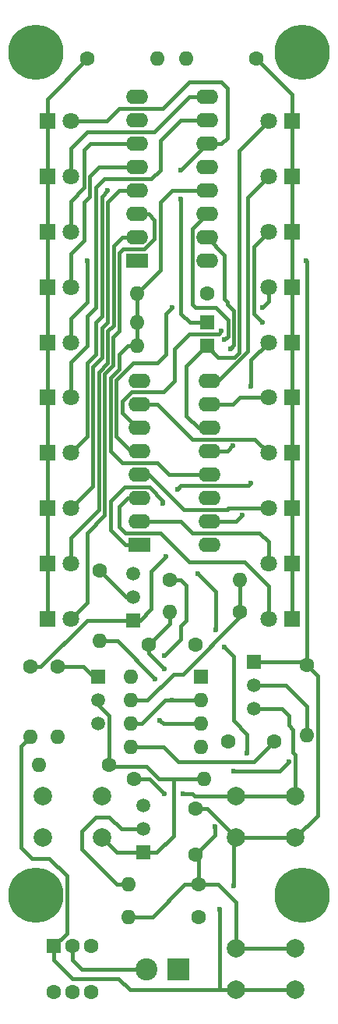
<source format=gtl>
G04 #@! TF.GenerationSoftware,KiCad,Pcbnew,8.0.6*
G04 #@! TF.CreationDate,2025-01-21T22:00:03+01:00*
G04 #@! TF.ProjectId,storm_distance_meter,73746f72-6d5f-4646-9973-74616e63655f,1*
G04 #@! TF.SameCoordinates,Original*
G04 #@! TF.FileFunction,Copper,L1,Top*
G04 #@! TF.FilePolarity,Positive*
%FSLAX46Y46*%
G04 Gerber Fmt 4.6, Leading zero omitted, Abs format (unit mm)*
G04 Created by KiCad (PCBNEW 8.0.6) date 2025-01-21 22:00:03*
%MOMM*%
%LPD*%
G01*
G04 APERTURE LIST*
G04 #@! TA.AperFunction,ComponentPad*
%ADD10C,2.000000*%
G04 #@! TD*
G04 #@! TA.AperFunction,ComponentPad*
%ADD11R,1.800000X1.800000*%
G04 #@! TD*
G04 #@! TA.AperFunction,ComponentPad*
%ADD12C,1.800000*%
G04 #@! TD*
G04 #@! TA.AperFunction,ComponentPad*
%ADD13R,1.600000X1.600000*%
G04 #@! TD*
G04 #@! TA.AperFunction,ComponentPad*
%ADD14C,1.600000*%
G04 #@! TD*
G04 #@! TA.AperFunction,ComponentPad*
%ADD15O,1.600000X1.600000*%
G04 #@! TD*
G04 #@! TA.AperFunction,ComponentPad*
%ADD16R,1.500000X1.500000*%
G04 #@! TD*
G04 #@! TA.AperFunction,ComponentPad*
%ADD17C,1.500000*%
G04 #@! TD*
G04 #@! TA.AperFunction,ComponentPad*
%ADD18R,2.400000X1.600000*%
G04 #@! TD*
G04 #@! TA.AperFunction,ComponentPad*
%ADD19O,2.400000X1.600000*%
G04 #@! TD*
G04 #@! TA.AperFunction,ComponentPad*
%ADD20R,2.400000X2.400000*%
G04 #@! TD*
G04 #@! TA.AperFunction,ComponentPad*
%ADD21C,2.400000*%
G04 #@! TD*
G04 #@! TA.AperFunction,ViaPad*
%ADD22C,0.600000*%
G04 #@! TD*
G04 #@! TA.AperFunction,ViaPad*
%ADD23C,6.000000*%
G04 #@! TD*
G04 #@! TA.AperFunction,Conductor*
%ADD24C,0.400000*%
G04 #@! TD*
G04 APERTURE END LIST*
D10*
X153950000Y-131750000D03*
X160450000Y-131750000D03*
X153950000Y-136250000D03*
X160450000Y-136250000D03*
D11*
X160040000Y-42000000D03*
D12*
X157500000Y-42000000D03*
D13*
X134200000Y-131500000D03*
D14*
X136200000Y-131500000D03*
X138200000Y-131500000D03*
X134200000Y-136500000D03*
X136200000Y-136500000D03*
X138200000Y-136500000D03*
D11*
X160040000Y-48000000D03*
D12*
X157500000Y-48000000D03*
D10*
X132950000Y-115250000D03*
X139450000Y-115250000D03*
X132950000Y-119750000D03*
X139450000Y-119750000D03*
D11*
X133460000Y-42000000D03*
D12*
X136000000Y-42000000D03*
D10*
X153950000Y-115250000D03*
X160450000Y-115250000D03*
X153950000Y-119750000D03*
X160450000Y-119750000D03*
D11*
X133460000Y-48000000D03*
D12*
X136000000Y-48000000D03*
D13*
X150202500Y-102292500D03*
D15*
X150202500Y-104832500D03*
X150202500Y-107372500D03*
X150202500Y-109912500D03*
X142582500Y-109912500D03*
X142582500Y-107372500D03*
X142582500Y-104832500D03*
X142582500Y-102292500D03*
D14*
X161642500Y-101012500D03*
D15*
X161642500Y-108632500D03*
D16*
X138960000Y-102260000D03*
D17*
X138960000Y-104800000D03*
X138960000Y-107340000D03*
D16*
X143862500Y-121332500D03*
D17*
X143862500Y-118792500D03*
X143862500Y-116252500D03*
D18*
X143515000Y-87965000D03*
D19*
X143515000Y-85425000D03*
X143515000Y-82885000D03*
X143515000Y-80345000D03*
X143515000Y-77805000D03*
X143515000Y-75265000D03*
X143515000Y-72725000D03*
X143515000Y-70185000D03*
X151135000Y-70185000D03*
X151135000Y-72725000D03*
X151135000Y-75265000D03*
X151135000Y-77805000D03*
X151135000Y-80345000D03*
X151135000Y-82885000D03*
X151135000Y-85425000D03*
X151135000Y-87965000D03*
D14*
X154410000Y-95200000D03*
D15*
X146790000Y-95200000D03*
D14*
X144537500Y-98790000D03*
X149537500Y-98790000D03*
X149895000Y-128317500D03*
D15*
X142275000Y-128317500D03*
D16*
X155927500Y-100695000D03*
D17*
X155927500Y-103235000D03*
X155927500Y-105775000D03*
D14*
X149577500Y-121610000D03*
X149577500Y-116610000D03*
D16*
X142840000Y-96140000D03*
D17*
X142840000Y-93600000D03*
X142840000Y-91060000D03*
D15*
X145415000Y-35242500D03*
D14*
X137795000Y-35242500D03*
X142910000Y-113395000D03*
D15*
X150530000Y-113395000D03*
D20*
X147700000Y-134000000D03*
D21*
X144200000Y-134000000D03*
D14*
X149895000Y-124825000D03*
D15*
X142275000Y-124825000D03*
D14*
X139200000Y-90790000D03*
D15*
X139200000Y-98410000D03*
D14*
X131600000Y-101190000D03*
D15*
X131600000Y-108810000D03*
D14*
X134600000Y-101190000D03*
D15*
X134600000Y-108810000D03*
X148590000Y-35242500D03*
D14*
X156210000Y-35242500D03*
X140220000Y-111800000D03*
D15*
X132600000Y-111800000D03*
D14*
X158150000Y-109267500D03*
X153150000Y-109267500D03*
X146790000Y-91800000D03*
D15*
X154410000Y-91800000D03*
D11*
X133460000Y-96000000D03*
D12*
X136000000Y-96000000D03*
D11*
X133460000Y-72000000D03*
D12*
X136000000Y-72000000D03*
D18*
X143192500Y-57150000D03*
D19*
X143192500Y-54610000D03*
X143192500Y-52070000D03*
X143192500Y-49530000D03*
X143192500Y-46990000D03*
X143192500Y-44450000D03*
X143192500Y-41910000D03*
X143192500Y-39370000D03*
X150812500Y-39370000D03*
X150812500Y-41910000D03*
X150812500Y-44450000D03*
X150812500Y-46990000D03*
X150812500Y-49530000D03*
X150812500Y-52070000D03*
X150812500Y-54610000D03*
X150812500Y-57150000D03*
D13*
X150847500Y-63865000D03*
D15*
X143227500Y-63865000D03*
D13*
X150847500Y-66405000D03*
D15*
X143227500Y-66405000D03*
D11*
X133460000Y-60000000D03*
D12*
X136000000Y-60000000D03*
D11*
X160040000Y-78000000D03*
D12*
X157500000Y-78000000D03*
D11*
X133460000Y-84000000D03*
D12*
X136000000Y-84000000D03*
D11*
X160040000Y-84000000D03*
D12*
X157500000Y-84000000D03*
D11*
X133460000Y-54000000D03*
D12*
X136000000Y-54000000D03*
D11*
X160040000Y-72000000D03*
D12*
X157500000Y-72000000D03*
D11*
X160040000Y-96000000D03*
D12*
X157500000Y-96000000D03*
D11*
X160040000Y-60000000D03*
D12*
X157500000Y-60000000D03*
D14*
X150847500Y-60690000D03*
D15*
X143227500Y-60690000D03*
D11*
X133460000Y-78000000D03*
D12*
X136000000Y-78000000D03*
D11*
X160040000Y-66000000D03*
D12*
X157500000Y-66000000D03*
D11*
X133460000Y-90000000D03*
D12*
X136000000Y-90000000D03*
D11*
X160040000Y-54000000D03*
D12*
X157500000Y-54000000D03*
D11*
X160040000Y-90000000D03*
D12*
X157500000Y-90000000D03*
D11*
X133460000Y-66000000D03*
D12*
X136000000Y-66000000D03*
D22*
X161607500Y-57150000D03*
X146367500Y-89217500D03*
X151765000Y-97155000D03*
X152717500Y-99060000D03*
X149860000Y-91122500D03*
X154622500Y-84772500D03*
X153670000Y-77217500D03*
X152717500Y-65722500D03*
X153371225Y-66693725D03*
X147955000Y-47307500D03*
X147955000Y-50482500D03*
X156845000Y-62230000D03*
X147002500Y-62230000D03*
X156845000Y-63817500D03*
X152400000Y-64770000D03*
X155575000Y-81280000D03*
X147637500Y-81915000D03*
X146050000Y-83502500D03*
X155575000Y-70802500D03*
X137795000Y-57150000D03*
X140017500Y-49530000D03*
X147000000Y-104800000D03*
X146200000Y-101400000D03*
D23*
X132200000Y-126000000D03*
X161200000Y-34500000D03*
X161200000Y-126000000D03*
X132200000Y-34500000D03*
D22*
X155200000Y-110600000D03*
X151700000Y-118500000D03*
X146200000Y-100000000D03*
X153700000Y-125000000D03*
X152200000Y-127500000D03*
X159700000Y-111500000D03*
X153700000Y-112500000D03*
X148200000Y-115000000D03*
X146200000Y-115000000D03*
X145200000Y-102500000D03*
X145700000Y-107000000D03*
D24*
X160040000Y-96000000D02*
X160040000Y-90000000D01*
X142450000Y-136250000D02*
X141200000Y-135000000D01*
X152200000Y-136250000D02*
X142450000Y-136250000D01*
X153950000Y-136250000D02*
X160450000Y-136250000D01*
X143210000Y-75265000D02*
X143515000Y-75265000D01*
X141605000Y-73660000D02*
X143210000Y-75265000D01*
X146102500Y-71385000D02*
X142610000Y-71385000D01*
X147320000Y-70167500D02*
X146102500Y-71385000D01*
X142610000Y-71385000D02*
X141605000Y-72390000D01*
X147320000Y-66675000D02*
X147320000Y-70167500D01*
X152082500Y-65087500D02*
X148907500Y-65087500D01*
X148907500Y-65087500D02*
X147320000Y-66675000D01*
X152400000Y-64770000D02*
X152082500Y-65087500D01*
X141605000Y-72390000D02*
X141605000Y-73660000D01*
X142192500Y-66405000D02*
X143227500Y-66405000D01*
X140335000Y-77787500D02*
X140335000Y-69869194D01*
X141287500Y-68916694D02*
X141287500Y-67310000D01*
X141605000Y-79057500D02*
X140335000Y-77787500D01*
X145415000Y-79057500D02*
X141605000Y-79057500D01*
X146702500Y-80345000D02*
X145415000Y-79057500D01*
X141287500Y-67310000D02*
X142192500Y-66405000D01*
X140335000Y-69869194D02*
X141287500Y-68916694D01*
X151135000Y-80345000D02*
X146702500Y-80345000D01*
X145415000Y-68262500D02*
X146367500Y-67310000D01*
X142790222Y-68262500D02*
X145415000Y-68262500D01*
X140970000Y-70082722D02*
X142790222Y-68262500D01*
X142575000Y-77805000D02*
X140970000Y-76200000D01*
X146367500Y-67310000D02*
X146367500Y-62865000D01*
X146367500Y-62865000D02*
X147002500Y-62230000D01*
X143515000Y-77805000D02*
X142575000Y-77805000D01*
X140970000Y-76200000D02*
X140970000Y-70082722D01*
X161607500Y-57150000D02*
X161642500Y-57185000D01*
X161642500Y-57185000D02*
X161642500Y-101012500D01*
X160040000Y-39072500D02*
X156210000Y-35242500D01*
X160040000Y-42000000D02*
X160040000Y-39072500D01*
X160040000Y-48000000D02*
X160040000Y-42000000D01*
X160040000Y-54000000D02*
X160040000Y-48000000D01*
X160040000Y-60000000D02*
X160040000Y-54000000D01*
X160040000Y-66000000D02*
X160040000Y-60000000D01*
X160040000Y-72000000D02*
X160040000Y-66000000D01*
X160040000Y-78000000D02*
X160040000Y-72000000D01*
X160040000Y-84000000D02*
X160040000Y-78000000D01*
X160040000Y-90000000D02*
X160040000Y-84000000D01*
X137781370Y-96140000D02*
X142840000Y-96140000D01*
X132731370Y-101190000D02*
X137781370Y-96140000D01*
X131600000Y-101190000D02*
X132731370Y-101190000D01*
X141110000Y-98410000D02*
X145200000Y-102500000D01*
X139200000Y-98410000D02*
X141110000Y-98410000D01*
X142010000Y-93600000D02*
X142840000Y-93600000D01*
X139200000Y-90790000D02*
X142010000Y-93600000D01*
X144780000Y-90805000D02*
X146367500Y-89217500D01*
X143572500Y-96140000D02*
X144780000Y-94932500D01*
X142840000Y-96140000D02*
X143572500Y-96140000D01*
X144780000Y-94932500D02*
X144780000Y-90805000D01*
X153700000Y-100042500D02*
X152717500Y-99060000D01*
X155200000Y-108500000D02*
X153700000Y-107000000D01*
X155200000Y-110600000D02*
X155200000Y-108500000D01*
X153700000Y-107000000D02*
X153700000Y-100042500D01*
X151765000Y-93027500D02*
X151765000Y-97155000D01*
X149860000Y-91122500D02*
X151765000Y-93027500D01*
X153970000Y-85425000D02*
X154622500Y-84772500D01*
X151135000Y-85425000D02*
X153970000Y-85425000D01*
X153017500Y-77805000D02*
X153670000Y-77152500D01*
X151135000Y-77805000D02*
X153017500Y-77805000D01*
X153670000Y-77152500D02*
X153670000Y-77217500D01*
X153100000Y-65340000D02*
X152717500Y-65722500D01*
X153100000Y-63565000D02*
X153100000Y-65340000D01*
X151765000Y-62230000D02*
X153100000Y-63565000D01*
X149212500Y-61900000D02*
X149542500Y-62230000D01*
X149542500Y-62230000D02*
X151765000Y-62230000D01*
X149212500Y-53670000D02*
X149212500Y-61900000D01*
X150812500Y-52070000D02*
X149212500Y-53670000D01*
X153352500Y-66675000D02*
X153371225Y-66693725D01*
X153700000Y-66327500D02*
X153352500Y-66675000D01*
X153700000Y-62577500D02*
X153700000Y-66327500D01*
X153035000Y-61912500D02*
X153700000Y-62577500D01*
X153035000Y-61595000D02*
X153035000Y-61912500D01*
X152717500Y-61277500D02*
X153035000Y-61595000D01*
X150812500Y-54610000D02*
X152717500Y-56515000D01*
X152717500Y-56515000D02*
X152717500Y-61277500D01*
X152070000Y-67627500D02*
X150847500Y-66405000D01*
X153773972Y-67627500D02*
X152070000Y-67627500D01*
X154305000Y-45195000D02*
X154305000Y-67096472D01*
X157500000Y-42000000D02*
X154305000Y-45195000D01*
X154305000Y-67096472D02*
X153773972Y-67627500D01*
X152065000Y-70185000D02*
X151135000Y-70185000D01*
X155257500Y-66992500D02*
X152065000Y-70185000D01*
X155257500Y-50242500D02*
X155257500Y-66992500D01*
X157500000Y-48000000D02*
X155257500Y-50242500D01*
X155892500Y-62865000D02*
X155892500Y-55607500D01*
X155892500Y-55607500D02*
X157500000Y-54000000D01*
X156845000Y-63817500D02*
X155892500Y-62865000D01*
X157500000Y-61575000D02*
X157500000Y-60000000D01*
X156845000Y-62230000D02*
X157500000Y-61575000D01*
X150812500Y-44450000D02*
X147955000Y-47307500D01*
X155310000Y-81545000D02*
X155575000Y-81280000D01*
X148007500Y-81545000D02*
X155310000Y-81545000D01*
X147637500Y-81915000D02*
X148007500Y-81545000D01*
X146050000Y-83185000D02*
X146050000Y-83502500D01*
X141835000Y-81685000D02*
X144550000Y-81685000D01*
X140335000Y-86360000D02*
X140335000Y-83185000D01*
X140335000Y-83185000D02*
X141835000Y-81685000D01*
X141940000Y-87965000D02*
X140335000Y-86360000D01*
X143515000Y-87965000D02*
X141940000Y-87965000D01*
X144550000Y-81685000D02*
X146050000Y-83185000D01*
X155575000Y-67925000D02*
X155575000Y-70802500D01*
X157500000Y-66000000D02*
X155575000Y-67925000D01*
X138077500Y-50200000D02*
X138077500Y-47977500D01*
X139065000Y-46990000D02*
X143192500Y-46990000D01*
X137477500Y-54927500D02*
X137477500Y-50800000D01*
X136000000Y-56405000D02*
X137477500Y-54927500D01*
X137477500Y-50800000D02*
X138077500Y-50200000D01*
X138077500Y-47977500D02*
X139065000Y-46990000D01*
X136000000Y-60000000D02*
X136000000Y-56405000D01*
X144462500Y-52070000D02*
X143192500Y-52070000D01*
X145097500Y-54802056D02*
X145097500Y-52705000D01*
X145097500Y-52705000D02*
X144462500Y-52070000D01*
X144019556Y-55880000D02*
X145097500Y-54802056D01*
X141662500Y-55880000D02*
X144019556Y-55880000D01*
X141287500Y-56255000D02*
X141662500Y-55880000D01*
X141287500Y-64770000D02*
X141287500Y-56255000D01*
X140617500Y-68511028D02*
X140617500Y-65440000D01*
X140617500Y-65440000D02*
X141287500Y-64770000D01*
X139700000Y-84772500D02*
X139700000Y-69428528D01*
X137795000Y-86677500D02*
X139700000Y-84772500D01*
X136000000Y-96000000D02*
X137795000Y-94205000D01*
X139700000Y-69428528D02*
X140617500Y-68511028D01*
X137795000Y-94205000D02*
X137795000Y-86677500D01*
X136000000Y-87202500D02*
X136000000Y-90000000D01*
X139065000Y-69215000D02*
X139065000Y-84137500D01*
X140017500Y-64770000D02*
X140017500Y-68262500D01*
X140652500Y-64135000D02*
X140017500Y-64770000D01*
X139065000Y-84137500D02*
X136000000Y-87202500D01*
X140652500Y-55562500D02*
X140652500Y-64135000D01*
X140017500Y-68262500D02*
X139065000Y-69215000D01*
X141605000Y-54610000D02*
X140652500Y-55562500D01*
X143192500Y-54610000D02*
X141605000Y-54610000D01*
X139382500Y-63182500D02*
X139382500Y-50165000D01*
X138747500Y-63817500D02*
X139382500Y-63182500D01*
X138747500Y-67310000D02*
X138747500Y-63817500D01*
X139382500Y-50165000D02*
X140017500Y-49530000D01*
X137795000Y-76205000D02*
X137795000Y-68262500D01*
X137795000Y-68262500D02*
X138747500Y-67310000D01*
X136000000Y-78000000D02*
X137795000Y-76205000D01*
X139382500Y-64452500D02*
X139382500Y-67627500D01*
X140017500Y-63817500D02*
X139382500Y-64452500D01*
X140017500Y-50800000D02*
X140017500Y-63817500D01*
X141287500Y-49530000D02*
X140017500Y-50800000D01*
X139382500Y-67627500D02*
X138395000Y-68615000D01*
X138395000Y-68615000D02*
X138395000Y-81605000D01*
X143192500Y-49530000D02*
X141287500Y-49530000D01*
X138395000Y-81605000D02*
X136000000Y-84000000D01*
X136000000Y-68152500D02*
X136000000Y-72000000D01*
X137795000Y-66357500D02*
X136000000Y-68152500D01*
X137795000Y-63182500D02*
X137795000Y-66357500D01*
X138747500Y-62230000D02*
X137795000Y-63182500D01*
X139700000Y-48260000D02*
X138747500Y-49212500D01*
X145732500Y-44132500D02*
X145732500Y-47307500D01*
X138747500Y-49212500D02*
X138747500Y-62230000D01*
X144780000Y-48260000D02*
X139700000Y-48260000D01*
X147955000Y-41910000D02*
X145732500Y-44132500D01*
X145732500Y-47307500D02*
X144780000Y-48260000D01*
X150812500Y-41910000D02*
X147955000Y-41910000D01*
X146790000Y-96517500D02*
X146790000Y-95200000D01*
X146800000Y-96527500D02*
X146790000Y-96517500D01*
X148590000Y-92392500D02*
X148590000Y-96202500D01*
X147997500Y-91800000D02*
X148590000Y-92392500D01*
X146790000Y-91800000D02*
X147997500Y-91800000D01*
X147990000Y-96802500D02*
X148590000Y-96202500D01*
X147990000Y-98210000D02*
X147990000Y-96802500D01*
X150765000Y-66405000D02*
X148590000Y-68580000D01*
X150847500Y-66405000D02*
X150765000Y-66405000D01*
X148590000Y-73977500D02*
X148590000Y-68580000D01*
X149877500Y-75265000D02*
X148590000Y-73977500D01*
X151135000Y-75265000D02*
X149877500Y-75265000D01*
X156017500Y-76517500D02*
X157500000Y-78000000D01*
X145432500Y-72725000D02*
X149225000Y-76517500D01*
X143515000Y-72725000D02*
X145432500Y-72725000D01*
X149225000Y-76517500D02*
X156017500Y-76517500D01*
X154377500Y-72000000D02*
X157500000Y-72000000D01*
X153652500Y-72725000D02*
X154377500Y-72000000D01*
X151135000Y-72725000D02*
X153652500Y-72725000D01*
X143227500Y-63865000D02*
X143227500Y-60690000D01*
X143227500Y-63865000D02*
X143227500Y-66405000D01*
X153172500Y-84000000D02*
X157500000Y-84000000D01*
X148272500Y-84137500D02*
X153035000Y-84137500D01*
X144480000Y-80345000D02*
X148272500Y-84137500D01*
X143515000Y-80345000D02*
X144480000Y-80345000D01*
X153035000Y-84137500D02*
X153172500Y-84000000D01*
X142222500Y-82885000D02*
X141287500Y-83820000D01*
X143515000Y-82885000D02*
X142222500Y-82885000D01*
X141287500Y-86042500D02*
X141287500Y-83820000D01*
X141922500Y-86677500D02*
X141287500Y-86042500D01*
X145732500Y-86677500D02*
X141922500Y-86677500D01*
X148907500Y-89852500D02*
X145732500Y-86677500D01*
X154940000Y-89852500D02*
X148907500Y-89852500D01*
X149225000Y-86677500D02*
X156527500Y-86677500D01*
X143515000Y-85425000D02*
X147972500Y-85425000D01*
X147972500Y-85425000D02*
X149225000Y-86677500D01*
X156527500Y-86677500D02*
X157500000Y-87650000D01*
X157500000Y-87650000D02*
X157500000Y-90000000D01*
X157500000Y-92412500D02*
X154940000Y-89852500D01*
X157500000Y-96000000D02*
X157500000Y-92412500D01*
X154410000Y-95200000D02*
X154410000Y-91800000D01*
X133460000Y-39577500D02*
X137795000Y-35242500D01*
X133460000Y-42000000D02*
X133460000Y-39577500D01*
X133460000Y-48000000D02*
X133460000Y-42000000D01*
X133460000Y-54000000D02*
X133460000Y-48000000D01*
X133460000Y-60000000D02*
X133460000Y-54000000D01*
X133460000Y-66000000D02*
X133460000Y-60000000D01*
X133460000Y-72000000D02*
X133460000Y-66000000D01*
X133460000Y-78000000D02*
X133460000Y-72000000D01*
X133460000Y-84000000D02*
X133460000Y-78000000D01*
X133460000Y-90000000D02*
X133460000Y-84000000D01*
X133460000Y-96000000D02*
X133460000Y-90000000D01*
X150812500Y-49530000D02*
X147002500Y-49530000D01*
X147002500Y-49530000D02*
X145732500Y-50800000D01*
X145732500Y-58185000D02*
X145732500Y-50800000D01*
X143227500Y-60690000D02*
X145732500Y-58185000D01*
X137795000Y-61595000D02*
X137795000Y-57150000D01*
X136000000Y-63390000D02*
X137795000Y-61595000D01*
X136000000Y-66000000D02*
X136000000Y-63390000D01*
X138112500Y-44450000D02*
X137477500Y-45085000D01*
X143192500Y-44450000D02*
X138112500Y-44450000D01*
X137477500Y-49212500D02*
X137477500Y-45085000D01*
X136000000Y-50690000D02*
X137477500Y-49212500D01*
X136000000Y-54000000D02*
X136000000Y-50690000D01*
X148907500Y-39370000D02*
X150812500Y-39370000D01*
X145097500Y-43180000D02*
X148907500Y-39370000D01*
X136000000Y-44975000D02*
X137795000Y-43180000D01*
X137795000Y-43180000D02*
X145097500Y-43180000D01*
X136000000Y-48000000D02*
X136000000Y-44975000D01*
X150812500Y-44450000D02*
X152400000Y-44450000D01*
X152400000Y-44450000D02*
X153035000Y-43815000D01*
X153035000Y-38417500D02*
X153035000Y-43815000D01*
X152400000Y-37782500D02*
X153035000Y-38417500D01*
X148907500Y-37782500D02*
X152400000Y-37782500D01*
X146050000Y-40640000D02*
X148907500Y-37782500D01*
X141287500Y-40640000D02*
X146050000Y-40640000D01*
X136000000Y-42000000D02*
X139927500Y-42000000D01*
X139927500Y-42000000D02*
X141287500Y-40640000D01*
X144537500Y-99737500D02*
X146200000Y-101400000D01*
X144537500Y-98790000D02*
X144537500Y-99737500D01*
X146253870Y-104832500D02*
X150202500Y-104832500D01*
X144537500Y-98790000D02*
X146800000Y-96527500D01*
X143713870Y-107372500D02*
X146253870Y-104832500D01*
X142582500Y-107372500D02*
X143713870Y-107372500D01*
X142582500Y-109912500D02*
X146112500Y-109912500D01*
X155917500Y-111500000D02*
X158150000Y-109267500D01*
X147700000Y-111500000D02*
X155917500Y-111500000D01*
X146112500Y-109912500D02*
X147700000Y-111500000D01*
X160450000Y-131750000D02*
X153950000Y-131750000D01*
X149577500Y-121610000D02*
X151700000Y-119487500D01*
X144882500Y-128317500D02*
X148375000Y-124825000D01*
X152025000Y-124825000D02*
X149895000Y-124825000D01*
X151700000Y-119487500D02*
X151700000Y-118500000D01*
X149895000Y-124825000D02*
X149895000Y-121927500D01*
X148375000Y-124825000D02*
X149895000Y-124825000D01*
X153950000Y-131750000D02*
X153950000Y-126750000D01*
X142275000Y-128317500D02*
X144882500Y-128317500D01*
X153950000Y-126750000D02*
X152025000Y-124825000D01*
X149895000Y-121927500D02*
X149577500Y-121610000D01*
X155927500Y-100695000D02*
X161325000Y-100695000D01*
X134200000Y-133000000D02*
X136200000Y-135000000D01*
X134200000Y-131500000D02*
X134200000Y-133000000D01*
X153950000Y-119750000D02*
X160450000Y-119750000D01*
X135600000Y-130100000D02*
X135600000Y-123900000D01*
X131800000Y-122000000D02*
X130600000Y-120800000D01*
X161325000Y-100695000D02*
X161642500Y-101012500D01*
X152200000Y-136250000D02*
X152200000Y-127500000D01*
X133700000Y-122000000D02*
X131800000Y-122000000D01*
X147990000Y-98210000D02*
X146200000Y-100000000D01*
X150810000Y-116610000D02*
X153950000Y-119750000D01*
X134200000Y-131500000D02*
X135600000Y-130100000D01*
X162842500Y-102212500D02*
X161642500Y-101012500D01*
X153950000Y-136250000D02*
X152200000Y-136250000D01*
X160450000Y-119750000D02*
X162842500Y-117357500D01*
X162842500Y-117357500D02*
X162842500Y-102212500D01*
X130600000Y-120800000D02*
X130600000Y-109810000D01*
X130600000Y-109810000D02*
X131600000Y-108810000D01*
X135600000Y-123900000D02*
X133700000Y-122000000D01*
X136200000Y-135000000D02*
X141200000Y-135000000D01*
X153700000Y-120000000D02*
X153700000Y-124500000D01*
X149577500Y-116610000D02*
X150810000Y-116610000D01*
X153950000Y-119750000D02*
X153700000Y-120000000D01*
X153700000Y-124500000D02*
X153700000Y-125000000D01*
X144200000Y-134000000D02*
X137200000Y-134000000D01*
X137200000Y-134000000D02*
X136200000Y-133000000D01*
X136200000Y-133000000D02*
X136200000Y-131500000D01*
X137372500Y-101190000D02*
X138465000Y-102282500D01*
X134600000Y-101190000D02*
X137372500Y-101190000D01*
X143862500Y-121332500D02*
X145367500Y-121332500D01*
X147200000Y-113395000D02*
X145595000Y-113395000D01*
X144200000Y-112000000D02*
X140420000Y-112000000D01*
X139450000Y-119750000D02*
X141032500Y-121332500D01*
X141032500Y-121332500D02*
X143862500Y-121332500D01*
X147200000Y-119500000D02*
X147200000Y-113395000D01*
X145595000Y-113395000D02*
X144200000Y-112000000D01*
X145367500Y-121332500D02*
X147200000Y-119500000D01*
X140200000Y-111780000D02*
X140200000Y-106500000D01*
X140142500Y-106500000D02*
X138465000Y-104822500D01*
X150530000Y-113395000D02*
X147200000Y-113395000D01*
X140420000Y-112000000D02*
X140200000Y-111780000D01*
X140200000Y-106500000D02*
X140142500Y-106500000D01*
X161700000Y-105500000D02*
X161700000Y-106500000D01*
X158700000Y-112500000D02*
X159700000Y-111500000D01*
X153700000Y-112500000D02*
X158700000Y-112500000D01*
X159435000Y-103235000D02*
X161700000Y-105500000D01*
X155927500Y-103235000D02*
X159435000Y-103235000D01*
X161642500Y-106557500D02*
X161642500Y-108632500D01*
X161700000Y-106500000D02*
X161642500Y-106557500D01*
X148200000Y-115000000D02*
X149200000Y-115000000D01*
X142910000Y-113395000D02*
X144595000Y-113395000D01*
X160450000Y-115250000D02*
X160450000Y-110750000D01*
X153950000Y-115250000D02*
X160450000Y-115250000D01*
X144595000Y-113395000D02*
X146200000Y-115000000D01*
X159700000Y-106500000D02*
X159700000Y-107500000D01*
X160200000Y-108000000D02*
X160200000Y-110500000D01*
X149200000Y-115000000D02*
X149450000Y-115250000D01*
X159700000Y-107500000D02*
X160200000Y-108000000D01*
X155927500Y-105775000D02*
X158975000Y-105775000D01*
X149450000Y-115250000D02*
X153950000Y-115250000D01*
X160450000Y-110750000D02*
X160200000Y-110500000D01*
X158975000Y-105775000D02*
X159700000Y-106500000D01*
X137200000Y-119000000D02*
X138700000Y-117500000D01*
X138700000Y-117500000D02*
X140200000Y-117500000D01*
X137200000Y-121000000D02*
X137200000Y-119000000D01*
X140200000Y-117500000D02*
X141492500Y-118792500D01*
X141492500Y-118792500D02*
X143862500Y-118792500D01*
X141025000Y-124825000D02*
X137200000Y-121000000D01*
X142275000Y-124825000D02*
X141025000Y-124825000D01*
X144367500Y-104832500D02*
X147200000Y-102000000D01*
X147200000Y-102000000D02*
X148200000Y-102000000D01*
X142582500Y-104832500D02*
X144367500Y-104832500D01*
X148200000Y-102000000D02*
X154410000Y-95790000D01*
X150202500Y-107372500D02*
X146072500Y-107372500D01*
X146072500Y-107372500D02*
X145700000Y-107000000D01*
X147955000Y-62865000D02*
X147955000Y-50482500D01*
X150847500Y-63865000D02*
X148955000Y-63865000D01*
X148955000Y-63865000D02*
X147955000Y-62865000D01*
M02*

</source>
